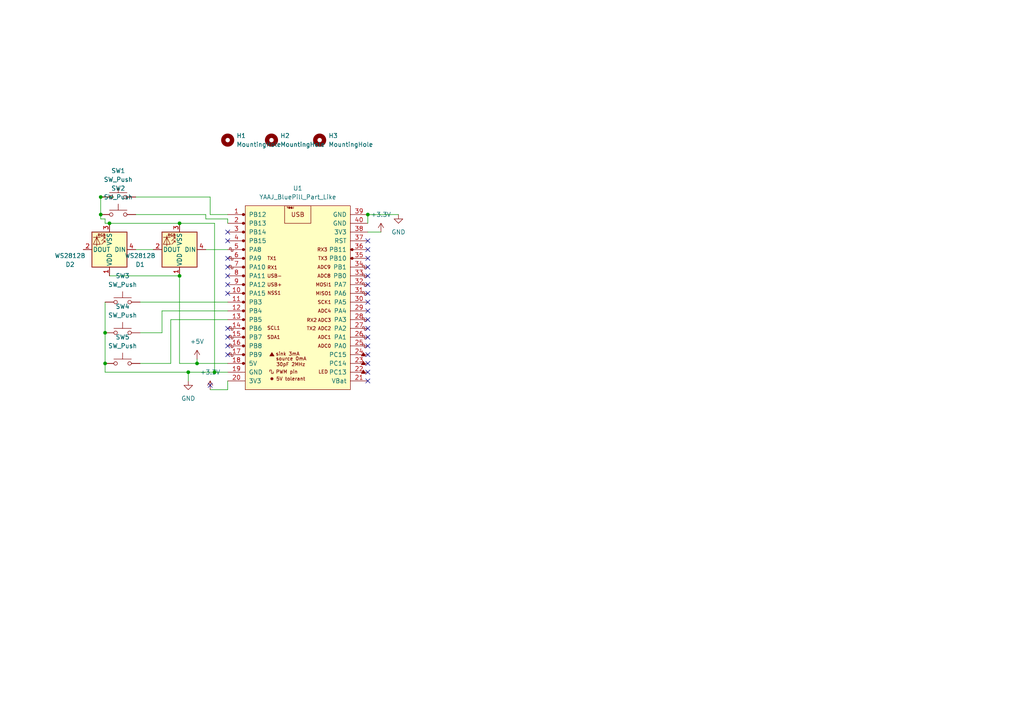
<source format=kicad_sch>
(kicad_sch (version 20211123) (generator eeschema)
  (paper "A4")
  (lib_symbols
    (symbol "LED:WS2812B" (pin_names (offset 0.254))
      (property "Reference" "D" (at 5.08 5.715 0))
      (property "Value" "WS2812B" (at 1.27 -5.715 0))
      (symbol "WS2812B_0_0"
        (text "RGB" (at 2.286 -4.191 0) (effects (font (size 0.762 0.762))))
      )
      (symbol "WS2812B_0_1"
        (polyline (pts (xy 1.27 -3.556) (xy 1.778 -3.556)))
        (polyline (pts (xy 1.27 -2.54) (xy 1.778 -2.54)))
        (polyline (pts (xy 4.699 -3.556) (xy 2.667 -3.556)))
        (polyline (pts (xy 2.286 -2.54) (xy 1.27 -3.556) (xy 1.27 -3.048)))
        (polyline (pts (xy 2.286 -1.524) (xy 1.27 -2.54) (xy 1.27 -2.032)))
        (polyline (pts (xy 3.683 -1.016) (xy 3.683 -3.556) (xy 3.683 -4.064)))
        (polyline (pts (xy 4.699 -1.524) (xy 2.667 -1.524) (xy 3.683 -3.556) (xy 4.699 -1.524)))
        (rectangle (start 5.08 5.08) (end -5.08 -5.08) (stroke (width 0.254)) (fill (type background)))
      )
      (symbol "WS2812B_1_1"
        (pin power_in line (at 0 7.62 270) (length 2.54) (name "VDD") (number "1"))
        (pin output line (at 7.62 0 180) (length 2.54) (name "DOUT") (number "2"))
        (pin power_in line (at 0 -7.62 90) (length 2.54) (name "VSS") (number "3"))
        (pin input line (at -7.62 0 0) (length 2.54) (name "DIN") (number "4"))
      )
    )
    (symbol "Mechanical:MountingHole" (pin_names (offset 1.016))
      (property "Reference" "H" (at 0 5.08 0))
      (property "Value" "MountingHole" (at 0 3.175 0))
      (symbol "MountingHole_0_1"
        (circle (center 0 0) (radius 1.27) (stroke (width 1.27)))
      )
    )
    (symbol "Switch:SW_Push" (pin_numbers hide) (pin_names (offset 1.016) hide)
      (property "Reference" "SW" (at 1.27 2.54 0))
      (property "Value" "SW_Push" (at 0 -1.524 0))
      (symbol "SW_Push_0_1"
        (circle (center -2.032 0) (radius 0.508))
        (polyline (pts (xy 0 1.27) (xy 0 3.048)))
        (polyline (pts (xy 2.54 1.27) (xy -2.54 1.27)))
        (circle (center 2.032 0) (radius 0.508))
        (pin passive line (at -5.08 0 0) (length 2.54) (name "1") (number "1"))
        (pin passive line (at 5.08 0 180) (length 2.54) (name "2") (number "2"))
      )
    )
    (symbol "YAAJ_BluePill_Part_Like:YAAJ_BluePill_Part_Like" (pin_names (offset 1.016))
      (property "Reference" "U" (at -12.7 25.4 0))
      (property "Value" "YAAJ_BluePill_Part_Like" (at 0 2.54 90))
      (symbol "YAAJ_BluePill_Part_Like_0_0"
        (circle (center -15.748 -20.32) (radius 0.3556) (fill (type outline)))
        (circle (center -15.748 -17.78) (radius 0.3556) (fill (type outline)))
        (circle (center -15.748 -15.24) (radius 0.3556) (fill (type outline)))
        (circle (center -15.748 -12.7) (radius 0.3556) (fill (type outline)))
        (circle (center -15.748 -10.16) (radius 0.3556) (fill (type outline)))
        (circle (center -15.748 -7.62) (radius 0.3556) (fill (type outline)))
        (circle (center -15.748 -5.08) (radius 0.3556) (fill (type outline)))
        (circle (center -15.748 -2.54) (radius 0.3556) (fill (type outline)))
        (circle (center -15.748 0) (radius 0.3556) (fill (type outline)))
        (circle (center -15.748 2.54) (radius 0.3556) (fill (type outline)))
        (circle (center -15.748 5.08) (radius 0.3556) (fill (type outline)))
        (circle (center -15.748 7.62) (radius 0.3556) (fill (type outline)))
        (circle (center -15.748 10.16) (radius 0.3556) (fill (type outline)))
        (circle (center -15.748 12.7) (radius 0.3556) (fill (type outline)))
        (circle (center -15.748 15.24) (radius 0.3556) (fill (type outline)))
        (circle (center -15.748 17.78) (radius 0.3556) (fill (type outline)))
        (circle (center -15.748 22.86) (radius 0.3556) (fill (type outline)))
        (circle (center -7.493 -24.765) (radius 0.127) (fill (type outline)))
        (circle (center -7.493 -24.765) (radius 0.254))
        (circle (center -7.493 -24.765) (radius 0.3556))
        (polyline (pts (xy -8.128 -18.161) (xy -7.493 -17.145) (xy -6.858 -18.161) (xy -8.128 -18.161) (xy -7.493 -17.272) (xy -6.985 -18.161) (xy -8.001 -18.034) (xy -7.493 -17.399) (xy -7.112 -18.161) (xy -7.874 -17.907) (xy -7.366 -17.526) (xy -7.239 -18.161) (xy -7.747 -17.78) (xy -7.239 -17.653) (xy -7.366 -18.034) (xy -7.62 -17.78) (xy -7.366 -17.907) (xy -7.493 -17.653)))
        (polyline (pts (xy 18.415 -23.241) (xy 19.05 -22.225) (xy 19.685 -23.241) (xy 18.415 -23.241) (xy 19.05 -22.352) (xy 19.558 -23.241) (xy 18.542 -23.114) (xy 19.05 -22.479) (xy 19.431 -23.241) (xy 18.669 -22.987) (xy 19.177 -22.606) (xy 19.304 -23.241) (xy 18.796 -22.86) (xy 19.304 -22.733) (xy 19.177 -23.114) (xy 18.923 -22.86) (xy 19.177 -22.987) (xy 19.05 -22.733)))
        (polyline (pts (xy 18.415 -20.701) (xy 19.05 -19.685) (xy 19.685 -20.701) (xy 18.415 -20.701) (xy 19.05 -19.812) (xy 19.558 -20.701) (xy 18.542 -20.574) (xy 19.05 -19.939) (xy 19.431 -20.701) (xy 18.669 -20.447) (xy 19.177 -20.066) (xy 19.304 -20.701) (xy 18.796 -20.32) (xy 19.304 -20.193) (xy 19.177 -20.574) (xy 18.923 -20.32) (xy 19.177 -20.447) (xy 19.05 -20.193)))
        (polyline (pts (xy 18.415 -18.161) (xy 19.05 -17.145) (xy 19.685 -18.161) (xy 18.415 -18.161) (xy 19.05 -17.272) (xy 19.558 -18.161) (xy 18.542 -18.034) (xy 19.05 -17.399) (xy 19.431 -18.161) (xy 18.669 -17.907) (xy 19.177 -17.526) (xy 19.304 -18.161) (xy 18.796 -17.78) (xy 19.304 -17.653) (xy 19.177 -18.034) (xy 18.923 -17.78) (xy 19.177 -17.907) (xy 19.05 -17.653)))
        (circle (center 15.748 10.16) (radius 0.254) (fill (type outline)))
        (circle (center 15.748 10.16) (radius 0.3556))
        (circle (center 15.748 12.7) (radius 0.254) (fill (type outline)))
        (circle (center 15.748 12.7) (radius 0.3556))
        (text "30pF 2MHz" (at -2.032 -20.574 0) (effects (font (size 0.9906 0.9906))))
        (text "5V tolerant" (at -2.032 -24.765 0) (effects (font (size 0.9906 0.9906))))
        (text "ADC0" (at 7.747 -15.24 0) (effects (font (size 0.9906 0.9906))))
        (text "ADC1" (at 7.747 -12.7 0) (effects (font (size 0.9906 0.9906))))
        (text "ADC2" (at 7.747 -10.16 0) (effects (font (size 0.9906 0.9906))))
        (text "ADC3" (at 7.747 -7.747 0) (effects (font (size 0.9906 0.9906))))
        (text "ADC4" (at 7.747 -5.08 0) (effects (font (size 0.9906 0.9906))))
        (text "ADC8" (at 7.62 5.08 0) (effects (font (size 0.9906 0.9906))))
        (text "ADC9" (at 7.62 7.62 0) (effects (font (size 0.9906 0.9906))))
        (text "LED" (at 7.366 -22.733 0) (effects (font (size 0.9906 0.9906))))
        (text "MISO1" (at 7.493 0 0) (effects (font (size 0.9906 0.9906))))
        (text "MOSI1" (at 7.493 2.54 0) (effects (font (size 0.9906 0.9906))))
        (text "NSS1" (at -6.858 0.127 0) (effects (font (size 0.9906 0.9906))))
        (text "PWM pin" (at -3.175 -22.733 0) (effects (font (size 0.9906 0.9906))))
        (text "RX1" (at -7.366 7.493 0) (effects (font (size 0.9906 0.9906))))
        (text "RX2" (at 4.064 -7.747 0) (effects (font (size 0.9906 0.9906))))
        (text "RX3" (at 7.112 12.7 0) (effects (font (size 0.9906 0.9906))))
        (text "SCK1" (at 7.747 -2.54 0) (effects (font (size 0.9906 0.9906))))
        (text "SCL1" (at -6.985 -10.033 0) (effects (font (size 0.9906 0.9906))))
        (text "SDA1" (at -6.985 -12.7 0) (effects (font (size 0.9906 0.9906))))
        (text "sink 3mA" (at -2.921 -17.526 0) (effects (font (size 0.9906 0.9906))))
        (text "source 0mA" (at -1.905 -18.923 0) (effects (font (size 0.9906 0.9906))))
        (text "TX1" (at -7.493 10.16 0) (effects (font (size 0.9906 0.9906))))
        (text "TX2" (at 3.937 -10.16 0) (effects (font (size 0.9906 0.9906))))
        (text "TX3" (at 7.239 10.16 0) (effects (font (size 0.9906 0.9906))))
        (text "USB" (at 0 22.86 0) (effects (font (size 1.27 1.27))))
        (text "USB+" (at -6.731 2.54 0) (effects (font (size 0.9906 0.9906))))
        (text "USB-" (at -6.731 5.08 0) (effects (font (size 0.9906 0.9906))))
        (text "Y@@J" (at -2.159 24.892 0) (effects (font (size 0.508 0.508))))
      )
      (symbol "YAAJ_BluePill_Part_Like_0_1"
        (rectangle (start -15.24 25.4) (end 15.24 -27.94) (fill (type background)))
        (polyline (pts (xy -18.796 -17.78) (xy -18.796 -18.288) (xy -19.304 -18.288) (xy -19.304 -17.272) (xy -19.812 -17.272) (xy -19.812 -17.78)))
        (polyline (pts (xy -18.796 -15.24) (xy -18.796 -15.748) (xy -19.304 -15.748) (xy -19.304 -14.732) (xy -19.812 -14.732) (xy -19.812 -15.24)))
        (polyline (pts (xy -18.796 -12.7) (xy -18.796 -13.208) (xy -19.304 -13.208) (xy -19.304 -12.192) (xy -19.812 -12.192) (xy -19.812 -12.7)))
        (polyline (pts (xy -18.796 -10.16) (xy -18.796 -10.668) (xy -19.304 -10.668) (xy -19.304 -9.652) (xy -19.812 -9.652) (xy -19.812 -10.16)))
        (polyline (pts (xy -18.796 7.62) (xy -18.796 7.112) (xy -19.304 7.112) (xy -19.304 8.128) (xy -19.812 8.128) (xy -19.812 7.62)))
        (polyline (pts (xy -18.796 10.16) (xy -18.796 9.652) (xy -19.304 9.652) (xy -19.304 10.668) (xy -19.812 10.668) (xy -19.812 10.16)))
        (polyline (pts (xy -18.796 12.7) (xy -18.796 12.192) (xy -19.304 12.192) (xy -19.304 13.208) (xy -19.812 13.208) (xy -19.812 12.7)))
        (polyline (pts (xy -7.112 -22.733) (xy -7.112 -23.241) (xy -7.62 -23.241) (xy -7.62 -22.225) (xy -8.128 -22.225) (xy -8.128 -22.733)))
        (polyline (pts (xy 19.812 -15.24) (xy 19.812 -15.748) (xy 19.304 -15.748) (xy 19.304 -14.732) (xy 18.796 -14.732) (xy 18.796 -15.24)))
        (polyline (pts (xy 19.812 -12.7) (xy 19.812 -13.208) (xy 19.304 -13.208) (xy 19.304 -12.192) (xy 18.796 -12.192) (xy 18.796 -12.7)))
        (polyline (pts (xy 19.812 -10.16) (xy 19.812 -10.668) (xy 19.304 -10.668) (xy 19.304 -9.652) (xy 18.796 -9.652) (xy 18.796 -10.16)))
        (polyline (pts (xy 19.812 -7.62) (xy 19.812 -8.128) (xy 19.304 -8.128) (xy 19.304 -7.112) (xy 18.796 -7.112) (xy 18.796 -7.62)))
        (polyline (pts (xy 19.812 0) (xy 19.812 -0.508) (xy 19.304 -0.508) (xy 19.304 0.508) (xy 18.796 0.508) (xy 18.796 0)))
        (polyline (pts (xy 19.812 2.54) (xy 19.812 2.032) (xy 19.304 2.032) (xy 19.304 3.048) (xy 18.796 3.048) (xy 18.796 2.54)))
        (polyline (pts (xy 19.812 5.08) (xy 19.812 4.572) (xy 19.304 4.572) (xy 19.304 5.588) (xy 18.796 5.588) (xy 18.796 5.08)))
        (polyline (pts (xy 19.812 7.62) (xy 19.812 7.112) (xy 19.304 7.112) (xy 19.304 8.128) (xy 18.796 8.128) (xy 18.796 7.62)))
        (rectangle (start 3.81 25.4) (end -3.81 20.32))
      )
      (symbol "YAAJ_BluePill_Part_Like_1_1"
        (circle (center -15.748 20.32) (radius 0.3556) (fill (type outline)))
        (pin bidirectional line (at -20.32 22.86 0) (length 5.08) (name "PB12") (number "1"))
        (pin bidirectional line (at -20.32 0 0) (length 5.08) (name "PA15") (number "10"))
        (pin bidirectional line (at -20.32 -2.54 0) (length 5.08) (name "PB3") (number "11"))
        (pin bidirectional line (at -20.32 -5.08 0) (length 5.08) (name "PB4") (number "12"))
        (pin bidirectional line (at -20.32 -7.62 0) (length 5.08) (name "PB5") (number "13"))
        (pin bidirectional line (at -20.32 -10.16 0) (length 5.08) (name "PB6") (number "14"))
        (pin bidirectional line (at -20.32 -12.7 0) (length 5.08) (name "PB7") (number "15"))
        (pin bidirectional line (at -20.32 -15.24 0) (length 5.08) (name "PB8") (number "16"))
        (pin bidirectional line (at -20.32 -17.78 0) (length 5.08) (name "PB9") (number "17"))
        (pin power_in line (at -20.32 -20.32 0) (length 5.08) (name "5V") (number "18"))
        (pin power_in line (at -20.32 -22.86 0) (length 5.08) (name "GND") (number "19"))
        (pin bidirectional line (at -20.32 20.32 0) (length 5.08) (name "PB13") (number "2"))
        (pin power_in line (at -20.32 -25.4 0) (length 5.08) (name "3V3") (number "20"))
        (pin power_in line (at 20.32 -25.4 180) (length 5.08) (name "VBat") (number "21"))
        (pin bidirectional line (at 20.32 -22.86 180) (length 5.08) (name "PC13") (number "22"))
        (pin bidirectional line (at 20.32 -20.32 180) (length 5.08) (name "PC14") (number "23"))
        (pin bidirectional line (at 20.32 -17.78 180) (length 5.08) (name "PC15") (number "24"))
        (pin bidirectional line (at 20.32 -15.24 180) (length 5.08) (name "PA0") (number "25"))
        (pin bidirectional line (at 20.32 -12.7 180) (length 5.08) (name "PA1") (number "26"))
        (pin bidirectional line (at 20.32 -10.16 180) (length 5.08) (name "PA2") (number "27"))
        (pin bidirectional line (at 20.32 -7.62 180) (length 5.08) (name "PA3") (number "28"))
        (pin bidirectional line (at 20.32 -5.08 180) (length 5.08) (name "PA4") (number "29"))
        (pin bidirectional line (at -20.32 17.78 0) (length 5.08) (name "PB14") (number "3"))
        (pin bidirectional line (at 20.32 -2.54 180) (length 5.08) (name "PA5") (number "30"))
        (pin bidirectional line (at 20.32 0 180) (length 5.08) (name "PA6") (number "31"))
        (pin bidirectional line (at 20.32 2.54 180) (length 5.08) (name "PA7") (number "32"))
        (pin bidirectional line (at 20.32 5.08 180) (length 5.08) (name "PB0") (number "33"))
        (pin bidirectional line (at 20.32 7.62 180) (length 5.08) (name "PB1") (number "34"))
        (pin bidirectional line (at 20.32 10.16 180) (length 5.08) (name "PB10") (number "35"))
        (pin bidirectional line (at 20.32 12.7 180) (length 5.08) (name "PB11") (number "36"))
        (pin input line (at 20.32 15.24 180) (length 5.08) (name "RST") (number "37"))
        (pin power_in line (at 20.32 17.78 180) (length 5.08) (name "3V3") (number "38"))
        (pin power_in line (at 20.32 22.86 180) (length 5.08) (name "GND") (number "39"))
        (pin bidirectional line (at -20.32 15.24 0) (length 5.08) (name "PB15") (number "4"))
        (pin power_in line (at 20.32 20.32 180) (length 5.08) (name "GND") (number "40"))
        (pin bidirectional line (at -20.32 12.7 0) (length 5.08) (name "PA8") (number "5"))
        (pin bidirectional line (at -20.32 10.16 0) (length 5.08) (name "PA9") (number "6"))
        (pin bidirectional line (at -20.32 7.62 0) (length 5.08) (name "PA10") (number "7"))
        (pin bidirectional line (at -20.32 5.08 0) (length 5.08) (name "PA11") (number "8"))
        (pin bidirectional line (at -20.32 2.54 0) (length 5.08) (name "PA12") (number "9"))
      )
    )
    (symbol "power:+3.3V" (power) (pin_names (offset 0))
      (property "Value" "+3.3V" (at 0 3.556 0))
      (symbol "+3.3V_0_1"
        (polyline (pts (xy -0.762 1.27) (xy 0 2.54)))
        (polyline (pts (xy 0 0) (xy 0 2.54)))
        (polyline (pts (xy 0 2.54) (xy 0.762 1.27)))
      )
      (symbol "+3.3V_1_1"
        (pin power_in line (at 0 0 90) (length 0) hide (name "+3.3V") (number "1"))
      )
    )
    (symbol "power:+5V" (power) (pin_names (offset 0))
      (property "Value" "+5V" (at 0 3.556 0))
      (symbol "+5V_0_1"
        (polyline (pts (xy -0.762 1.27) (xy 0 2.54)))
        (polyline (pts (xy 0 0) (xy 0 2.54)))
        (polyline (pts (xy 0 2.54) (xy 0.762 1.27)))
      )
      (symbol "+5V_1_1"
        (pin power_in line (at 0 0 90) (length 0) hide (name "+5V") (number "1"))
      )
    )
    (symbol "power:GND" (power) (pin_names (offset 0))
      (property "Value" "GND" (at 0 -3.81 0))
      (symbol "GND_0_1"
        (polyline (pts (xy 0 0) (xy 0 -1.27) (xy 1.27 -1.27) (xy 0 -2.54) (xy -1.27 -1.27) (xy 0 -1.27)))
      )
      (symbol "GND_1_1"
        (pin power_in line (at 0 0 270) (length 0) hide (name "GND") (number "1"))
      )
    )
  )
  (junction (at 52.07 80.01))
  (junction (at 106.68 62.23))
  (junction (at 57.15 105.41))
  (junction (at 29.21 57.15))
  (junction (at 29.21 62.23))
  (junction (at 54.61 107.95))
  (junction (at 62.23 107.95))
  (junction (at 30.48 105.41))
  (junction (at 30.48 96.52))
  (junction (at 31.75 64.77))
  (junction (at 52.07 64.77))
  (no_connect (at 66.04 74.93))
  (no_connect (at 66.04 69.85))
  (no_connect (at 66.04 67.31))
  (no_connect (at 106.68 69.85))
  (no_connect (at 106.68 72.39))
  (no_connect (at 106.68 74.93))
  (no_connect (at 106.68 77.47))
  (no_connect (at 106.68 80.01))
  (no_connect (at 106.68 82.55))
  (no_connect (at 106.68 85.09))
  (no_connect (at 106.68 87.63))
  (no_connect (at 106.68 90.17))
  (no_connect (at 106.68 92.71))
  (no_connect (at 106.68 95.25))
  (no_connect (at 106.68 97.79))
  (no_connect (at 106.68 100.33))
  (no_connect (at 106.68 102.87))
  (no_connect (at 106.68 105.41))
  (no_connect (at 106.68 107.95))
  (no_connect (at 106.68 110.49))
  (no_connect (at 66.04 95.25))
  (no_connect (at 66.04 102.87))
  (no_connect (at 66.04 100.33))
  (no_connect (at 66.04 97.79))
  (no_connect (at 66.04 77.47))
  (no_connect (at 66.04 85.09))
  (no_connect (at 66.04 82.55))
  (no_connect (at 66.04 80.01))
  (no_connect (at 60.96 111.76))
  (wire (pts (xy 52.07 64.77) (xy 62.23 64.77)))
  (wire (pts (xy 39.37 62.23) (xy 59.69 62.23)))
  (wire (pts (xy 30.48 107.95) (xy 54.61 107.95)))
  (wire (pts (xy 52.07 105.41) (xy 57.15 105.41)))
  (wire (pts (xy 60.96 62.23) (xy 66.04 62.23)))
  (wire (pts (xy 49.53 92.71) (xy 66.04 92.71)))
  (wire (pts (xy 106.68 67.31) (xy 110.49 67.31)))
  (wire (pts (xy 57.15 104.14) (xy 57.15 105.41)))
  (wire (pts (xy 29.21 63.5) (xy 30.48 63.5)))
  (wire (pts (xy 49.53 105.41) (xy 49.53 92.71)))
  (wire (pts (xy 29.21 57.15) (xy 33.02 57.15)))
  (wire (pts (xy 44.45 72.39) (xy 39.37 72.39)))
  (wire (pts (xy 66.04 113.03) (xy 66.04 110.49)))
  (wire (pts (xy 54.61 107.95) (xy 54.61 110.49)))
  (wire (pts (xy 46.99 90.17) (xy 66.04 90.17)))
  (wire (pts (xy 30.48 63.5) (xy 30.48 64.77)))
  (wire (pts (xy 60.96 113.03) (xy 66.04 113.03)))
  (wire (pts (xy 66.04 63.5) (xy 66.04 64.77)))
  (wire (pts (xy 62.23 64.77) (xy 62.23 107.95)))
  (wire (pts (xy 40.64 105.41) (xy 49.53 105.41)))
  (wire (pts (xy 40.64 96.52) (xy 46.99 96.52)))
  (wire (pts (xy 40.64 87.63) (xy 66.04 87.63)))
  (wire (pts (xy 30.48 64.77) (xy 31.75 64.77)))
  (wire (pts (xy 30.48 87.63) (xy 30.48 96.52)))
  (wire (pts (xy 30.48 96.52) (xy 30.48 105.41)))
  (wire (pts (xy 46.99 96.52) (xy 46.99 90.17)))
  (wire (pts (xy 31.75 64.77) (xy 52.07 64.77)))
  (wire (pts (xy 29.21 62.23) (xy 29.21 63.5)))
  (wire (pts (xy 62.23 107.95) (xy 66.04 107.95)))
  (wire (pts (xy 30.48 105.41) (xy 30.48 107.95)))
  (wire (pts (xy 59.69 63.5) (xy 66.04 63.5)))
  (wire (pts (xy 59.69 62.23) (xy 59.69 63.5)))
  (wire (pts (xy 52.07 80.01) (xy 52.07 105.41)))
  (wire (pts (xy 29.21 57.15) (xy 29.21 62.23)))
  (wire (pts (xy 106.68 62.23) (xy 115.57 62.23)))
  (wire (pts (xy 39.37 57.15) (xy 60.96 57.15)))
  (wire (pts (xy 60.96 57.15) (xy 60.96 62.23)))
  (wire (pts (xy 31.75 80.01) (xy 52.07 80.01)))
  (wire (pts (xy 57.15 105.41) (xy 66.04 105.41)))
  (wire (pts (xy 59.69 72.39) (xy 66.04 72.39)))
  (wire (pts (xy 54.61 107.95) (xy 62.23 107.95)))
  (wire (pts (xy 106.68 62.23) (xy 106.68 64.77)))
  (symbol (lib_id "power:+5V") (at 57.15 104.14 0) (unit 1)
    (property "Reference" "#PWR?" (effects hide))
    (property "Value" "+5V" (at 57.15 99.06 0))
  )
  (symbol (lib_id "YAAJ_BluePill_Part_Like:YAAJ_BluePill_Part_Like") (at 86.36 85.09 0) (unit 1)
    (property "Reference" "U1" (at 86.36 54.61 0))
    (property "Value" "YAAJ_BluePill_Part_Like" (at 86.36 57.15 0))
    (property "Footprint" "libs:YAAJ_BluePill_1" (effects hide))
  )
  (symbol (lib_id "Mechanical:MountingHole") (at 66.04 40.64 0) (unit 1)
    (property "Reference" "H1" (at 68.58 39.3699 0) (effects (justify left)))
    (property "Value" "MountingHole" (at 68.58 41.9099 0) (effects (justify left)))
    (property "Footprint" "MountingHole:MountingHole_2.2mm_M2_ISO7380" (effects hide))
  )
  (symbol (lib_id "power:GND") (at 115.57 62.23 0) (mirror y) (unit 1)
    (property "Reference" "#PWR0103" (effects hide))
    (property "Value" "GND" (at 115.57 67.31 0))
  )
  (symbol (lib_id "Switch:SW_Push") (at 34.29 57.15 0) (unit 1)
    (property "Reference" "SW1" (at 34.29 49.53 0))
    (property "Value" "SW_Push" (at 34.29 52.07 0))
    (property "Footprint" "Button_Switch_THT:SW_PUSH_6mm" (effects hide))
  )
  (symbol (lib_id "Mechanical:MountingHole") (at 92.71 40.64 0) (unit 1)
    (property "Reference" "H3" (at 95.25 39.3699 0) (effects (justify left)))
    (property "Value" "MountingHole" (at 95.25 41.9099 0) (effects (justify left)))
    (property "Footprint" "MountingHole:MountingHole_2.2mm_M2_ISO7380" (effects hide))
  )
  (symbol (lib_id "power:+3.3V") (at 60.96 113.03 0) (unit 1)
    (property "Reference" "#PWR0104" (effects hide))
    (property "Value" "+3.3V" (at 60.96 107.95 0))
  )
  (symbol (lib_id "LED:WS2812B") (at 52.07 72.39 180) (unit 1)
    (property "Reference" "D1" (at 40.64 76.7207 0))
    (property "Value" "WS2812B" (at 40.64 74.1807 0))
    (property "Footprint" "LED_SMD:LED_WS2812B_PLCC4_5.0x5.0mm_P3.2mm" (effects hide))
    (property "Datasheet" "https://cdn-shop.adafruit.com/datasheets/WS2812B.pdf" (effects hide))
  )
  (symbol (lib_id "LED:WS2812B") (at 31.75 72.39 180) (unit 1)
    (property "Reference" "D2" (at 20.32 76.7207 0))
    (property "Value" "WS2812B" (at 20.32 74.1807 0))
    (property "Footprint" "LED_SMD:LED_WS2812B_PLCC4_5.0x5.0mm_P3.2mm" (effects hide))
    (property "Datasheet" "https://cdn-shop.adafruit.com/datasheets/WS2812B.pdf" (effects hide))
  )
  (symbol (lib_id "Switch:SW_Push") (at 35.56 96.52 0) (unit 1)
    (property "Reference" "SW4" (at 35.56 88.9 0))
    (property "Value" "SW_Push" (at 35.56 91.44 0))
    (property "Footprint" "Button_Switch_Keyboard:SW_Cherry_MX_1.00u_PCB" (effects hide))
  )
  (symbol (lib_id "power:GND") (at 54.61 110.49 0) (unit 1)
    (property "Reference" "#PWR0101" (effects hide))
    (property "Value" "GND" (at 54.61 115.57 0))
  )
  (symbol (lib_id "power:+3.3V") (at 110.49 67.31 0) (unit 1)
    (property "Reference" "#PWR0102" (effects hide))
    (property "Value" "+3.3V" (at 110.49 62.23 0))
  )
  (symbol (lib_id "Switch:SW_Push") (at 35.56 87.63 0) (unit 1)
    (property "Reference" "SW3" (at 35.56 80.01 0))
    (property "Value" "SW_Push" (at 35.56 82.55 0))
    (property "Footprint" "Button_Switch_Keyboard:SW_Cherry_MX_1.00u_PCB" (effects hide))
  )
  (symbol (lib_id "Switch:SW_Push") (at 34.29 62.23 0) (unit 1)
    (property "Reference" "SW2" (at 34.29 54.61 0))
    (property "Value" "SW_Push" (at 34.29 57.15 0))
    (property "Footprint" "Button_Switch_THT:SW_PUSH_6mm" (effects hide))
  )
  (symbol (lib_id "Mechanical:MountingHole") (at 78.74 40.64 0) (unit 1)
    (property "Reference" "H2" (at 81.28 39.3699 0) (effects (justify left)))
    (property "Value" "MountingHole" (at 81.28 41.9099 0) (effects (justify left)))
    (property "Footprint" "MountingHole:MountingHole_2.2mm_M2_ISO7380" (effects hide))
  )
  (symbol (lib_id "Switch:SW_Push") (at 35.56 105.41 0) (unit 1)
    (property "Reference" "SW5" (at 35.56 97.79 0))
    (property "Value" "SW_Push" (at 35.56 100.33 0))
    (property "Footprint" "Button_Switch_Keyboard:SW_Cherry_MX_1.00u_PCB" (effects hide))
  )
)
</source>
